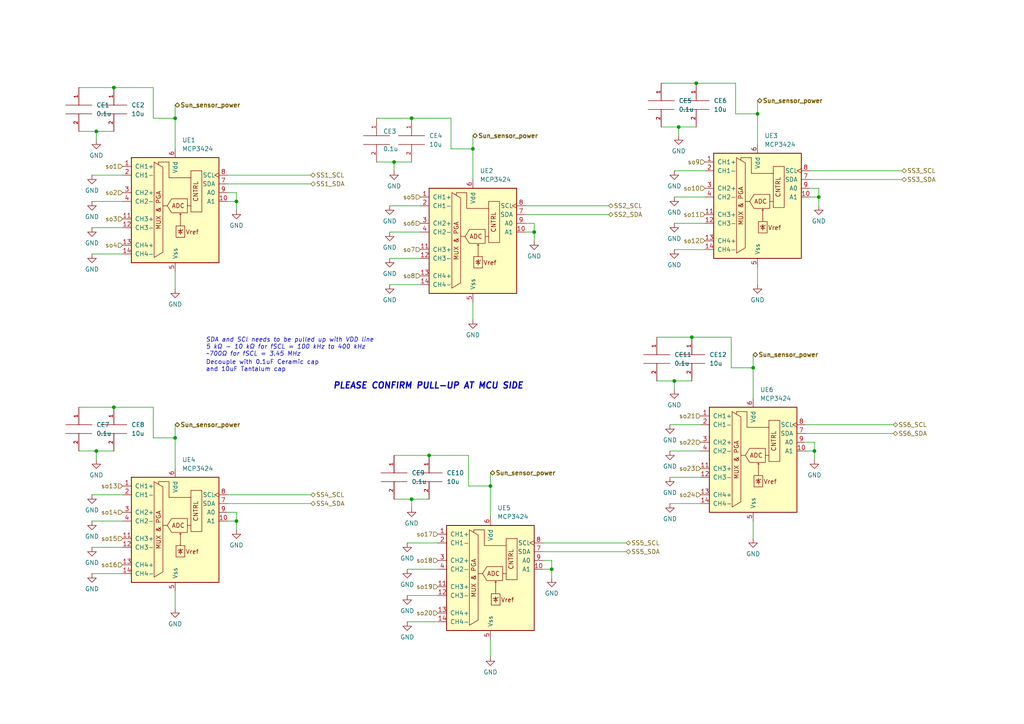
<source format=kicad_sch>
(kicad_sch (version 20211123) (generator eeschema)
  (paper "A4")
  (title_block (title "AOCS BOARD") (company "Parikshit Student Satellite Team"))
  (lib_symbols
    (symbol "Analog_ADC:MCP3424" (pin_names (offset 1.016))
      (property "Reference" "U" (at -2.54 11.43 0))
      (property "Value" "MCP3424" (at -2.54 8.89 0))
      (symbol "MCP3424_0_0"
        (polyline (pts (xy -6.096 6.35) (xy -3.556 4.826) (xy -3.556 -19.812) (xy -6.096 -21.336) (xy -6.096 6.35)))
        (polyline (pts (xy 4.572 1.778) (xy -1.778 1.778) (xy -1.778 6.35) (xy -4.826 6.35) (xy -4.826 5.588)))
        (polyline (pts (xy 3.556 -4.318) (xy 3.556 -8.382) (xy -1.016 -8.382) (xy -2.286 -6.35) (xy -1.016 -4.318) (xy 3.556 -4.318)))
        (text "ADC" (at 0.889 -6.35 0) (effects (font (size 1.27 1.27))))
        (text "CNTRL" (at 6.731 -5.207 900) (effects (font (size 1.27 1.27)) (justify left bottom)))
        (text "MUX & PGA" (at -4.826 -7.62 900) (effects (font (size 1.27 1.27))))
        (text "Vref" (at 4.953 -13.97 0) (effects (font (size 1.27 1.27))))
      )
      (symbol "MCP3424_0_1"
        (polyline (pts (xy -3.556 -6.35) (xy -2.286 -6.35)))
        (polyline (pts (xy 1.016 -13.462) (xy 0.762 -13.716)))
        (polyline (pts (xy 1.524 -12.954) (xy 1.524 -14.732)))
        (polyline (pts (xy 1.524 -8.636) (xy 1.778 -8.89)))
        (polyline (pts (xy 3.556 -6.35) (xy 4.572 -6.35)))
        (polyline (pts (xy 1.016 -13.462) (xy 2.032 -13.462) (xy 2.286 -13.208)))
        (polyline (pts (xy 1.524 -12.192) (xy 1.524 -8.636) (xy 1.27 -8.89)))
        (polyline (pts (xy 1.524 -13.462) (xy 1.016 -14.224) (xy 2.032 -14.224) (xy 1.524 -13.462)))
        (rectangle (start 0.254 -12.192) (end 2.794 -15.494))
        (rectangle (start 4.572 -8.128) (end 7.747 3.81))
        (rectangle (start 12.7 7.62) (end -12.7 -22.86) (stroke (width 0.254)) (fill (type background)))
      )
      (symbol "MCP3424_1_1"
        (pin input line (at -15.24 5.08 0) (length 2.54) (name "CH1+") (number "1"))
        (pin input line (at 15.24 -5.08 180) (length 2.54) (name "A1") (number "10"))
        (pin input line (at -15.24 -10.16 0) (length 2.54) (name "CH3+") (number "11"))
        (pin input line (at -15.24 -12.7 0) (length 2.54) (name "CH3-") (number "12"))
        (pin input line (at -15.24 -17.78 0) (length 2.54) (name "CH4+") (number "13"))
        (pin input line (at -15.24 -20.32 0) (length 2.54) (name "CH4-") (number "14"))
        (pin input line (at -15.24 2.54 0) (length 2.54) (name "CH1-") (number "2"))
        (pin input line (at -15.24 -2.54 0) (length 2.54) (name "CH2+") (number "3"))
        (pin input line (at -15.24 -5.08 0) (length 2.54) (name "CH2-") (number "4"))
        (pin power_in line (at 0 -25.4 90) (length 2.54) (name "Vss") (number "5"))
        (pin power_in line (at 0 10.16 270) (length 2.54) (name "Vdd") (number "6"))
        (pin bidirectional line (at 15.24 0 180) (length 2.54) (name "SDA") (number "7"))
        (pin input clock (at 15.24 2.54 180) (length 2.54) (name "SCL") (number "8"))
        (pin input line (at 15.24 -2.54 180) (length 2.54) (name "A0") (number "9"))
      )
    )
    (symbol "pspice:C" (pin_names (offset 0.254))
      (property "Reference" "C" (at 2.54 3.81 90))
      (property "Value" "C" (at 2.54 -3.81 90))
      (symbol "C_0_1"
        (polyline (pts (xy -3.81 -1.27) (xy 3.81 -1.27)))
        (polyline (pts (xy -3.81 1.27) (xy 3.81 1.27)))
      )
      (symbol "C_1_1"
        (pin passive line (at 0 6.35 270) (length 5.08) (name "~") (number "1"))
        (pin passive line (at 0 -6.35 90) (length 5.08) (name "~") (number "2"))
      )
    )
    (symbol "upsat-comms-hardware:GND" (power) (pin_names (offset 0))
      (property "Value" "GND" (at 0 -3.81 0))
      (symbol "GND_0_1"
        (polyline (pts (xy 0 0) (xy 0 -1.27) (xy 1.27 -1.27) (xy 0 -2.54) (xy -1.27 -1.27) (xy 0 -1.27)))
      )
      (symbol "GND_1_1"
        (pin power_in line (at 0 0 270) (length 0) hide (name "GND") (number "1"))
      )
    )
  )
  (junction (at 201.93 24.13))
  (junction (at 196.85 36.83))
  (junction (at 114.3 46.99))
  (junction (at 142.24 140.97))
  (junction (at 160.02 165.1))
  (junction (at 27.94 130.81))
  (junction (at 68.58 151.13))
  (junction (at 50.8 127))
  (junction (at 200.66 97.79))
  (junction (at 33.02 118.11))
  (junction (at 219.71 33.02))
  (junction (at 195.58 110.49))
  (junction (at 68.58 58.42))
  (junction (at 27.94 38.1))
  (junction (at 154.94 67.31))
  (junction (at 218.44 106.68))
  (junction (at 237.49 57.15))
  (junction (at 119.38 144.78))
  (junction (at 137.16 43.18))
  (junction (at 236.22 130.81))
  (junction (at 33.02 25.4))
  (junction (at 50.8 34.29))
  (junction (at 119.38 34.29))
  (junction (at 124.46 132.08))
  (wire (pts (xy 66.04 53.34) (xy 90.17 53.34)))
  (wire (pts (xy 218.44 151.13) (xy 218.44 156.21)))
  (wire (pts (xy 66.04 148.59) (xy 68.58 148.59)))
  (wire (pts (xy 237.49 57.15) (xy 237.49 59.69)))
  (wire (pts (xy 190.5 97.79) (xy 200.66 97.79)))
  (wire (pts (xy 190.5 110.49) (xy 195.58 110.49)))
  (wire (pts (xy 118.11 172.72) (xy 127 172.72)))
  (wire (pts (xy 195.58 49.53) (xy 204.47 49.53)))
  (wire (pts (xy 26.67 166.37) (xy 35.56 166.37)))
  (wire (pts (xy 26.67 151.13) (xy 35.56 151.13)))
  (wire (pts (xy 114.3 46.99) (xy 119.38 46.99)))
  (wire (pts (xy 194.31 146.05) (xy 203.2 146.05)))
  (wire (pts (xy 233.68 128.27) (xy 236.22 128.27)))
  (wire (pts (xy 68.58 148.59) (xy 68.58 151.13)))
  (wire (pts (xy 27.94 130.81) (xy 33.02 130.81)))
  (wire (pts (xy 118.11 180.34) (xy 127 180.34)))
  (wire (pts (xy 157.48 165.1) (xy 160.02 165.1)))
  (wire (pts (xy 195.58 110.49) (xy 200.66 110.49)))
  (wire (pts (xy 66.04 55.88) (xy 68.58 55.88)))
  (wire (pts (xy 50.8 34.29) (xy 44.45 34.29)))
  (wire (pts (xy 194.31 138.43) (xy 203.2 138.43)))
  (wire (pts (xy 50.8 127) (xy 44.45 127)))
  (wire (pts (xy 160.02 165.1) (xy 160.02 167.64)))
  (wire (pts (xy 218.44 102.87) (xy 218.44 106.68)))
  (wire (pts (xy 219.71 77.47) (xy 219.71 82.55)))
  (wire (pts (xy 157.48 160.02) (xy 181.61 160.02)))
  (wire (pts (xy 219.71 33.02) (xy 213.36 33.02)))
  (wire (pts (xy 154.94 64.77) (xy 154.94 67.31)))
  (wire (pts (xy 160.02 162.56) (xy 160.02 165.1)))
  (wire (pts (xy 191.77 36.83) (xy 196.85 36.83)))
  (wire (pts (xy 234.95 49.53) (xy 261.62 49.53)))
  (wire (pts (xy 212.09 97.79) (xy 200.66 97.79)))
  (wire (pts (xy 135.89 132.08) (xy 124.46 132.08)))
  (wire (pts (xy 213.36 33.02) (xy 213.36 24.13)))
  (wire (pts (xy 196.85 36.83) (xy 196.85 39.37)))
  (wire (pts (xy 218.44 106.68) (xy 218.44 115.57)))
  (wire (pts (xy 50.8 30.48) (xy 50.8 34.29)))
  (wire (pts (xy 119.38 144.78) (xy 119.38 147.32)))
  (wire (pts (xy 191.77 24.13) (xy 201.93 24.13)))
  (wire (pts (xy 234.95 54.61) (xy 237.49 54.61)))
  (wire (pts (xy 152.4 67.31) (xy 154.94 67.31)))
  (wire (pts (xy 44.45 25.4) (xy 33.02 25.4)))
  (wire (pts (xy 152.4 59.69) (xy 176.53 59.69)))
  (wire (pts (xy 236.22 128.27) (xy 236.22 130.81)))
  (wire (pts (xy 118.11 165.1) (xy 127 165.1)))
  (wire (pts (xy 152.4 62.23) (xy 176.53 62.23)))
  (wire (pts (xy 219.71 29.21) (xy 219.71 33.02)))
  (wire (pts (xy 196.85 36.83) (xy 201.93 36.83)))
  (wire (pts (xy 50.8 34.29) (xy 50.8 43.18)))
  (wire (pts (xy 236.22 130.81) (xy 236.22 133.35)))
  (wire (pts (xy 233.68 130.81) (xy 236.22 130.81)))
  (wire (pts (xy 233.68 125.73) (xy 259.08 125.73)))
  (wire (pts (xy 26.67 143.51) (xy 35.56 143.51)))
  (wire (pts (xy 114.3 132.08) (xy 124.46 132.08)))
  (wire (pts (xy 26.67 50.8) (xy 35.56 50.8)))
  (wire (pts (xy 27.94 38.1) (xy 27.94 40.64)))
  (wire (pts (xy 114.3 144.78) (xy 119.38 144.78)))
  (wire (pts (xy 130.81 43.18) (xy 130.81 34.29)))
  (wire (pts (xy 137.16 43.18) (xy 130.81 43.18)))
  (wire (pts (xy 195.58 72.39) (xy 204.47 72.39)))
  (wire (pts (xy 157.48 162.56) (xy 160.02 162.56)))
  (wire (pts (xy 50.8 127) (xy 50.8 135.89)))
  (wire (pts (xy 44.45 118.11) (xy 33.02 118.11)))
  (wire (pts (xy 142.24 137.16) (xy 142.24 140.97)))
  (wire (pts (xy 68.58 58.42) (xy 68.58 60.96)))
  (wire (pts (xy 27.94 38.1) (xy 33.02 38.1)))
  (wire (pts (xy 66.04 50.8) (xy 90.17 50.8)))
  (wire (pts (xy 50.8 123.19) (xy 50.8 127)))
  (wire (pts (xy 130.81 34.29) (xy 119.38 34.29)))
  (wire (pts (xy 68.58 55.88) (xy 68.58 58.42)))
  (wire (pts (xy 219.71 33.02) (xy 219.71 41.91)))
  (wire (pts (xy 44.45 34.29) (xy 44.45 25.4)))
  (wire (pts (xy 234.95 52.07) (xy 261.62 52.07)))
  (wire (pts (xy 68.58 151.13) (xy 68.58 153.67)))
  (wire (pts (xy 119.38 144.78) (xy 124.46 144.78)))
  (wire (pts (xy 26.67 73.66) (xy 35.56 73.66)))
  (wire (pts (xy 142.24 140.97) (xy 135.89 140.97)))
  (wire (pts (xy 113.03 82.55) (xy 121.92 82.55)))
  (wire (pts (xy 137.16 87.63) (xy 137.16 92.71)))
  (wire (pts (xy 22.86 38.1) (xy 27.94 38.1)))
  (wire (pts (xy 22.86 118.11) (xy 33.02 118.11)))
  (wire (pts (xy 237.49 54.61) (xy 237.49 57.15)))
  (wire (pts (xy 66.04 143.51) (xy 90.17 143.51)))
  (wire (pts (xy 157.48 157.48) (xy 181.61 157.48)))
  (wire (pts (xy 44.45 127) (xy 44.45 118.11)))
  (wire (pts (xy 142.24 140.97) (xy 142.24 149.86)))
  (wire (pts (xy 109.22 46.99) (xy 114.3 46.99)))
  (wire (pts (xy 218.44 106.68) (xy 212.09 106.68)))
  (wire (pts (xy 26.67 66.04) (xy 35.56 66.04)))
  (wire (pts (xy 113.03 67.31) (xy 121.92 67.31)))
  (wire (pts (xy 195.58 57.15) (xy 204.47 57.15)))
  (wire (pts (xy 66.04 146.05) (xy 90.17 146.05)))
  (wire (pts (xy 195.58 64.77) (xy 204.47 64.77)))
  (wire (pts (xy 152.4 64.77) (xy 154.94 64.77)))
  (wire (pts (xy 114.3 46.99) (xy 114.3 49.53)))
  (wire (pts (xy 66.04 58.42) (xy 68.58 58.42)))
  (wire (pts (xy 26.67 58.42) (xy 35.56 58.42)))
  (wire (pts (xy 212.09 106.68) (xy 212.09 97.79)))
  (wire (pts (xy 50.8 171.45) (xy 50.8 176.53)))
  (wire (pts (xy 50.8 78.74) (xy 50.8 83.82)))
  (wire (pts (xy 118.11 157.48) (xy 127 157.48)))
  (wire (pts (xy 234.95 57.15) (xy 237.49 57.15)))
  (wire (pts (xy 26.67 158.75) (xy 35.56 158.75)))
  (wire (pts (xy 233.68 123.19) (xy 259.08 123.19)))
  (wire (pts (xy 137.16 43.18) (xy 137.16 52.07)))
  (wire (pts (xy 135.89 140.97) (xy 135.89 132.08)))
  (wire (pts (xy 154.94 67.31) (xy 154.94 69.85)))
  (wire (pts (xy 66.04 151.13) (xy 68.58 151.13)))
  (wire (pts (xy 27.94 130.81) (xy 27.94 133.35)))
  (wire (pts (xy 109.22 34.29) (xy 119.38 34.29)))
  (wire (pts (xy 137.16 39.37) (xy 137.16 43.18)))
  (wire (pts (xy 194.31 130.81) (xy 203.2 130.81)))
  (wire (pts (xy 22.86 25.4) (xy 33.02 25.4)))
  (wire (pts (xy 142.24 185.42) (xy 142.24 190.5)))
  (wire (pts (xy 213.36 24.13) (xy 201.93 24.13)))
  (wire (pts (xy 113.03 59.69) (xy 121.92 59.69)))
  (wire (pts (xy 195.58 110.49) (xy 195.58 113.03)))
  (wire (pts (xy 113.03 74.93) (xy 121.92 74.93)))
  (wire (pts (xy 22.86 130.81) (xy 27.94 130.81)))
  (wire (pts (xy 194.31 123.19) (xy 203.2 123.19)))
  (text "PLEASE CONFIRM PULL-UP AT MCU SIDE " (at 96.52 113.03 0) (effects (font (size 1.778 1.778) (thickness 0.3556) bold italic) (justify left bottom)))
  (text "Decouple with 0.1uF Ceramic cap \nand 10uF Tantalum cap \n" (at 59.69 107.95 0) (effects (font (size 1.27 1.27)) (justify left bottom)))
  (text "SDA and SCl needs to be pulled up with VDD line\n5 kΩ - 10 kΩ for fSCL = 100 kHz to 400 kHz\n~700Ω for fSCL = 3.45 MHz\n" (at 59.69 103.505 0) (effects (font (size 1.27 1.27) italic) (justify left bottom)))
  (hierarchical_label "so5" (shape input) (at 121.92 57.15 180))
  (hierarchical_label "SS1_SDA" (shape bidirectional) (at 90.17 53.34 0))
  (hierarchical_label "Sun_sensor_power" (shape bidirectional) (at 137.16 39.37 0) (effects (font (thickness 0.254) bold)))
  (hierarchical_label "Sun_sensor_power" (shape bidirectional) (at 50.8 30.48 0) (effects (font (thickness 0.254) bold)))
  (hierarchical_label "so2" (shape input) (at 35.56 55.88 180))
  (hierarchical_label "SS2_SDA" (shape bidirectional) (at 176.53 62.23 0))
  (hierarchical_label "so19" (shape input) (at 127 170.18 180))
  (hierarchical_label "Sun_sensor_power" (shape bidirectional) (at 218.44 102.87 0) (effects (font (thickness 0.254) bold)))
  (hierarchical_label "so9" (shape input) (at 204.47 46.99 180))
  (hierarchical_label "SS4_SDA" (shape bidirectional) (at 90.17 146.05 0))
  (hierarchical_label "Sun_sensor_power" (shape bidirectional) (at 219.71 29.21 0) (effects (font (thickness 0.254) bold)))
  (hierarchical_label "SS5_SCL" (shape bidirectional) (at 181.61 157.48 0))
  (hierarchical_label "so7" (shape input) (at 121.92 72.39 180))
  (hierarchical_label "so15" (shape input) (at 35.56 156.21 180))
  (hierarchical_label "so4" (shape input) (at 35.56 71.12 180))
  (hierarchical_label "so8" (shape input) (at 121.92 80.01 180))
  (hierarchical_label "SS5_SDA" (shape bidirectional) (at 181.61 160.02 0))
  (hierarchical_label "SS6_SDA" (shape bidirectional) (at 259.08 125.73 0))
  (hierarchical_label "so6" (shape input) (at 121.92 64.77 180))
  (hierarchical_label "so12" (shape input) (at 204.47 69.85 180))
  (hierarchical_label "so17" (shape input) (at 127 154.94 180))
  (hierarchical_label "so16" (shape input) (at 35.56 163.83 180))
  (hierarchical_label "so18" (shape input) (at 127 162.56 180))
  (hierarchical_label "Sun_sensor_power" (shape bidirectional) (at 142.24 137.16 0) (effects (font (thickness 0.254) bold)))
  (hierarchical_label "so11" (shape input) (at 204.47 62.23 180))
  (hierarchical_label "so3" (shape input) (at 35.56 63.5 180))
  (hierarchical_label "so23" (shape input) (at 203.2 135.89 180))
  (hierarchical_label "SS1_SCL" (shape bidirectional) (at 90.17 50.8 0))
  (hierarchical_label "SS6_SCL" (shape bidirectional) (at 259.08 123.19 0))
  (hierarchical_label "so21" (shape input) (at 203.2 120.65 180))
  (hierarchical_label "SS4_SCL" (shape bidirectional) (at 90.17 143.51 0))
  (hierarchical_label "so22" (shape input) (at 203.2 128.27 180))
  (hierarchical_label "so24" (shape input) (at 203.2 143.51 180))
  (hierarchical_label "Sun_sensor_power" (shape bidirectional) (at 50.8 123.19 0) (effects (font (thickness 0.254) bold)))
  (hierarchical_label "so14" (shape input) (at 35.56 148.59 180))
  (hierarchical_label "so20" (shape input) (at 127 177.8 180))
  (hierarchical_label "SS3_SDA" (shape bidirectional) (at 261.62 52.07 0))
  (hierarchical_label "so1" (shape input) (at 35.56 48.26 180))
  (hierarchical_label "so13" (shape input) (at 35.56 140.97 180))
  (hierarchical_label "so10" (shape input) (at 204.47 54.61 180))
  (hierarchical_label "SS3_SCL" (shape bidirectional) (at 261.62 49.53 0))
  (hierarchical_label "SS2_SCL" (shape bidirectional) (at 176.53 59.69 0))
  (symbol (lib_id "upsat-comms-hardware:GND") (at 26.67 50.8 0) (unit 1)
    (property "Reference" "#PWR0198" (effects hide))
    (property "Value" "GND" (at 26.67 55.245 0))
  )
  (symbol (lib_id "upsat-comms-hardware:GND") (at 113.03 82.55 0) (unit 1)
    (property "Reference" "#PWR0212" (effects hide))
    (property "Value" "GND" (at 113.03 86.995 0))
  )
  (symbol (lib_id "Analog_ADC:MCP3424") (at 219.71 52.07 0) (unit 1)
    (property "Reference" "UE3" (at 221.7294 39.37 0) (effects (justify left)))
    (property "Value" "MCP3424" (at 221.7294 41.91 0) (effects (justify left)))
    (property "Datasheet" "http://ww1.microchip.com/downloads/en/DeviceDoc/22088c.pdf" (effects hide))
  )
  (symbol (lib_id "upsat-comms-hardware:GND") (at 26.67 158.75 0) (unit 1)
    (property "Reference" "#PWR0144" (effects hide))
    (property "Value" "GND" (at 26.67 163.195 0))
  )
  (symbol (lib_id "upsat-comms-hardware:GND") (at 137.16 92.71 0) (unit 1)
    (property "Reference" "#PWR0211" (effects hide))
    (property "Value" "GND" (at 137.16 97.155 0))
  )
  (symbol (lib_id "upsat-comms-hardware:GND") (at 118.11 165.1 0) (unit 1)
    (property "Reference" "#PWR0203" (effects hide))
    (property "Value" "GND" (at 118.11 169.545 0))
  )
  (symbol (lib_id "upsat-comms-hardware:GND") (at 195.58 49.53 0) (unit 1)
    (property "Reference" "#PWR0223" (effects hide))
    (property "Value" "GND" (at 195.58 53.975 0))
  )
  (symbol (lib_id "upsat-comms-hardware:GND") (at 194.31 123.19 0) (unit 1)
    (property "Reference" "#PWR0227" (effects hide))
    (property "Value" "GND" (at 194.31 127.635 0))
  )
  (symbol (lib_id "upsat-comms-hardware:GND") (at 195.58 57.15 0) (unit 1)
    (property "Reference" "#PWR0224" (effects hide))
    (property "Value" "GND" (at 195.58 61.595 0))
  )
  (symbol (lib_id "upsat-comms-hardware:GND") (at 194.31 138.43 0) (unit 1)
    (property "Reference" "#PWR0230" (effects hide))
    (property "Value" "GND" (at 194.31 142.875 0))
  )
  (symbol (lib_id "upsat-comms-hardware:GND") (at 27.94 40.64 0) (unit 1)
    (property "Reference" "#PWR0199" (effects hide))
    (property "Value" "GND" (at 27.94 45.085 0))
  )
  (symbol (lib_id "pspice:C") (at 124.46 138.43 0) (unit 1)
    (property "Reference" "CE10" (at 129.54 137.1599 0) (effects (justify left)))
    (property "Value" "10u" (at 129.54 139.6999 0) (effects (justify left)))
  )
  (symbol (lib_id "upsat-comms-hardware:GND") (at 119.38 147.32 0) (unit 1)
    (property "Reference" "#PWR0215" (effects hide))
    (property "Value" "GND" (at 119.38 151.765 0))
  )
  (symbol (lib_id "pspice:C") (at 109.22 40.64 0) (unit 1)
    (property "Reference" "CE3" (at 111.125 38.1 0) (effects (justify left)))
    (property "Value" "0.1u" (at 111.125 43.18 0) (effects (justify left)))
  )
  (symbol (lib_id "upsat-comms-hardware:GND") (at 68.58 60.96 0) (unit 1)
    (property "Reference" "#PWR0200" (effects hide))
    (property "Value" "GND" (at 68.58 65.405 0))
  )
  (symbol (lib_id "Analog_ADC:MCP3424") (at 137.16 62.23 0) (unit 1)
    (property "Reference" "UE2" (at 139.1794 49.53 0) (effects (justify left)))
    (property "Value" "MCP3424" (at 139.1794 52.07 0) (effects (justify left)))
    (property "Datasheet" "http://ww1.microchip.com/downloads/en/DeviceDoc/22088c.pdf" (effects hide))
  )
  (symbol (lib_id "upsat-comms-hardware:GND") (at 114.3 49.53 0) (unit 1)
    (property "Reference" "#PWR0208" (effects hide))
    (property "Value" "GND" (at 114.3 53.975 0))
  )
  (symbol (lib_id "upsat-comms-hardware:GND") (at 26.67 58.42 0) (unit 1)
    (property "Reference" "#PWR0197" (effects hide))
    (property "Value" "GND" (at 26.67 62.865 0))
  )
  (symbol (lib_id "upsat-comms-hardware:GND") (at 26.67 151.13 0) (unit 1)
    (property "Reference" "#PWR0194" (effects hide))
    (property "Value" "GND" (at 26.67 155.575 0))
  )
  (symbol (lib_id "upsat-comms-hardware:GND") (at 26.67 73.66 0) (unit 1)
    (property "Reference" "#PWR0201" (effects hide))
    (property "Value" "GND" (at 26.67 78.105 0))
  )
  (symbol (lib_id "upsat-comms-hardware:GND") (at 160.02 167.64 0) (unit 1)
    (property "Reference" "#PWR0204" (effects hide))
    (property "Value" "GND" (at 160.02 172.085 0))
  )
  (symbol (lib_id "upsat-comms-hardware:GND") (at 26.67 66.04 0) (unit 1)
    (property "Reference" "#PWR0196" (effects hide))
    (property "Value" "GND" (at 26.67 70.485 0))
  )
  (symbol (lib_id "upsat-comms-hardware:GND") (at 142.24 190.5 0) (unit 1)
    (property "Reference" "#PWR0205" (effects hide))
    (property "Value" "GND" (at 142.24 194.945 0))
  )
  (symbol (lib_id "pspice:C") (at 114.3 138.43 0) (unit 1)
    (property "Reference" "CE9" (at 119.38 137.1599 0) (effects (justify left)))
    (property "Value" "0.1u" (at 119.38 139.6999 0) (effects (justify left)))
  )
  (symbol (lib_id "upsat-comms-hardware:GND") (at 218.44 156.21 0) (unit 1)
    (property "Reference" "#PWR0217" (effects hide))
    (property "Value" "GND" (at 218.44 160.655 0))
  )
  (symbol (lib_id "upsat-comms-hardware:GND") (at 118.11 157.48 0) (unit 1)
    (property "Reference" "#PWR0216" (effects hide))
    (property "Value" "GND" (at 118.11 161.925 0))
  )
  (symbol (lib_id "pspice:C") (at 33.02 31.75 0) (unit 1)
    (property "Reference" "CE2" (at 38.1 30.4799 0) (effects (justify left)))
    (property "Value" "10u" (at 38.1 33.0199 0) (effects (justify left)))
  )
  (symbol (lib_id "upsat-comms-hardware:GND") (at 219.71 82.55 0) (unit 1)
    (property "Reference" "#PWR0225" (effects hide))
    (property "Value" "GND" (at 219.71 86.995 0))
  )
  (symbol (lib_id "upsat-comms-hardware:GND") (at 237.49 59.69 0) (unit 1)
    (property "Reference" "#PWR0221" (effects hide))
    (property "Value" "GND" (at 237.49 64.135 0))
  )
  (symbol (lib_id "upsat-comms-hardware:GND") (at 194.31 146.05 0) (unit 1)
    (property "Reference" "#PWR0218" (effects hide))
    (property "Value" "GND" (at 194.31 150.495 0))
  )
  (symbol (lib_id "upsat-comms-hardware:GND") (at 113.03 59.69 0) (unit 1)
    (property "Reference" "#PWR0209" (effects hide))
    (property "Value" "GND" (at 113.03 64.135 0))
  )
  (symbol (lib_id "upsat-comms-hardware:GND") (at 118.11 180.34 0) (unit 1)
    (property "Reference" "#PWR0206" (effects hide))
    (property "Value" "GND" (at 118.11 184.785 0))
  )
  (symbol (lib_id "pspice:C") (at 191.77 30.48 0) (unit 1)
    (property "Reference" "CE5" (at 196.85 29.2099 0) (effects (justify left)))
    (property "Value" "0.1u" (at 196.85 31.7499 0) (effects (justify left)))
  )
  (symbol (lib_id "upsat-comms-hardware:GND") (at 68.58 153.67 0) (unit 1)
    (property "Reference" "#PWR0146" (effects hide))
    (property "Value" "GND" (at 68.58 158.115 0))
  )
  (symbol (lib_id "pspice:C") (at 190.5 104.14 0) (unit 1)
    (property "Reference" "CE11" (at 195.58 102.8699 0) (effects (justify left)))
    (property "Value" "0.1u" (at 195.58 105.4099 0) (effects (justify left)))
  )
  (symbol (lib_id "upsat-comms-hardware:GND") (at 26.67 166.37 0) (unit 1)
    (property "Reference" "#PWR0143" (effects hide))
    (property "Value" "GND" (at 26.67 170.815 0))
  )
  (symbol (lib_id "Analog_ADC:MCP3424") (at 50.8 146.05 0) (unit 1)
    (property "Reference" "UE4" (at 52.8194 133.35 0) (effects (justify left)))
    (property "Value" "MCP3424" (at 52.8194 135.89 0) (effects (justify left)))
    (property "Datasheet" "http://ww1.microchip.com/downloads/en/DeviceDoc/22088c.pdf" (effects hide))
  )
  (symbol (lib_id "pspice:C") (at 22.86 124.46 0) (unit 1)
    (property "Reference" "CE7" (at 27.94 123.1899 0) (effects (justify left)))
    (property "Value" "0.1u" (at 27.94 125.7299 0) (effects (justify left)))
  )
  (symbol (lib_id "pspice:C") (at 201.93 30.48 0) (unit 1)
    (property "Reference" "CE6" (at 207.01 29.2099 0) (effects (justify left)))
    (property "Value" "10u" (at 207.01 31.7499 0) (effects (justify left)))
  )
  (symbol (lib_id "upsat-comms-hardware:GND") (at 113.03 67.31 0) (unit 1)
    (property "Reference" "#PWR0214" (effects hide))
    (property "Value" "GND" (at 113.03 71.755 0))
  )
  (symbol (lib_id "upsat-comms-hardware:GND") (at 195.58 113.03 0) (unit 1)
    (property "Reference" "#PWR0226" (effects hide))
    (property "Value" "GND" (at 195.58 117.475 0))
  )
  (symbol (lib_id "pspice:C") (at 33.02 124.46 0) (unit 1)
    (property "Reference" "CE8" (at 38.1 123.1899 0) (effects (justify left)))
    (property "Value" "10u" (at 38.1 125.7299 0) (effects (justify left)))
  )
  (symbol (lib_id "upsat-comms-hardware:GND") (at 50.8 176.53 0) (unit 1)
    (property "Reference" "#PWR0145" (effects hide))
    (property "Value" "GND" (at 50.8 180.975 0))
  )
  (symbol (lib_id "upsat-comms-hardware:GND") (at 27.94 133.35 0) (unit 1)
    (property "Reference" "#PWR0195" (effects hide))
    (property "Value" "GND" (at 27.94 137.795 0))
  )
  (symbol (lib_id "pspice:C") (at 119.38 40.64 0) (unit 1)
    (property "Reference" "CE4" (at 124.46 39.3699 0) (effects (justify left)))
    (property "Value" "10u" (at 124.46 41.9099 0) (effects (justify left)))
  )
  (symbol (lib_id "Analog_ADC:MCP3424") (at 142.24 160.02 0) (unit 1)
    (property "Reference" "UE5" (at 144.2594 147.32 0) (effects (justify left)))
    (property "Value" "MCP3424" (at 144.2594 149.86 0) (effects (justify left)))
    (property "Datasheet" "http://ww1.microchip.com/downloads/en/DeviceDoc/22088c.pdf" (effects hide))
  )
  (symbol (lib_id "upsat-comms-hardware:GND") (at 154.94 69.85 0) (unit 1)
    (property "Reference" "#PWR0210" (effects hide))
    (property "Value" "GND" (at 154.94 74.295 0))
  )
  (symbol (lib_id "pspice:C") (at 200.66 104.14 0) (unit 1)
    (property "Reference" "CE12" (at 205.74 102.8699 0) (effects (justify left)))
    (property "Value" "10u" (at 205.74 105.4099 0) (effects (justify left)))
  )
  (symbol (lib_id "upsat-comms-hardware:GND") (at 195.58 72.39 0) (unit 1)
    (property "Reference" "#PWR0219" (effects hide))
    (property "Value" "GND" (at 195.58 76.835 0))
  )
  (symbol (lib_id "upsat-comms-hardware:GND") (at 194.31 130.81 0) (unit 1)
    (property "Reference" "#PWR0229" (effects hide))
    (property "Value" "GND" (at 194.31 135.255 0))
  )
  (symbol (lib_id "upsat-comms-hardware:GND") (at 196.85 39.37 0) (unit 1)
    (property "Reference" "#PWR0222" (effects hide))
    (property "Value" "GND" (at 196.85 43.815 0))
  )
  (symbol (lib_id "upsat-comms-hardware:GND") (at 236.22 133.35 0) (unit 1)
    (property "Reference" "#PWR0228" (effects hide))
    (property "Value" "GND" (at 236.22 137.795 0))
  )
  (symbol (lib_id "upsat-comms-hardware:GND") (at 113.03 74.93 0) (unit 1)
    (property "Reference" "#PWR0213" (effects hide))
    (property "Value" "GND" (at 113.03 79.375 0))
  )
  (symbol (lib_id "upsat-comms-hardware:GND") (at 195.58 64.77 0) (unit 1)
    (property "Reference" "#PWR0220" (effects hide))
    (property "Value" "GND" (at 195.58 69.215 0))
  )
  (symbol (lib_id "upsat-comms-hardware:GND") (at 50.8 83.82 0) (unit 1)
    (property "Reference" "#PWR0202" (effects hide))
    (property "Value" "GND" (at 50.8 88.265 0))
  )
  (symbol (lib_id "upsat-comms-hardware:GND") (at 118.11 172.72 0) (unit 1)
    (property "Reference" "#PWR0207" (effects hide))
    (property "Value" "GND" (at 118.11 177.165 0))
  )
  (symbol (lib_id "upsat-comms-hardware:GND") (at 26.67 143.51 0) (unit 1)
    (property "Reference" "#PWR0147" (effects hide))
    (property "Value" "GND" (at 26.67 147.955 0))
  )
  (symbol (lib_id "Analog_ADC:MCP3424") (at 50.8 53.34 0) (unit 1)
    (property "Reference" "UE1" (at 52.8194 40.64 0) (effects (justify left)))
    (property "Value" "MCP3424" (at 52.8194 43.18 0) (effects (justify left)))
    (property "Datasheet" "http://ww1.microchip.com/downloads/en/DeviceDoc/22088c.pdf" (effects hide))
  )
  (symbol (lib_id "Analog_ADC:MCP3424") (at 218.44 125.73 0) (unit 1)
    (property "Reference" "UE6" (at 220.4594 113.03 0) (effects (justify left)))
    (property "Value" "MCP3424" (at 220.4594 115.57 0) (effects (justify left)))
    (property "Datasheet" "http://ww1.microchip.com/downloads/en/DeviceDoc/22088c.pdf" (effects hide))
  )
  (symbol (lib_id "pspice:C") (at 22.86 31.75 0) (unit 1)
    (property "Reference" "CE1" (at 27.94 30.4799 0) (effects (justify left)))
    (property "Value" "0.1u" (at 27.94 33.0199 0) (effects (justify left)))
  )
)
</source>
